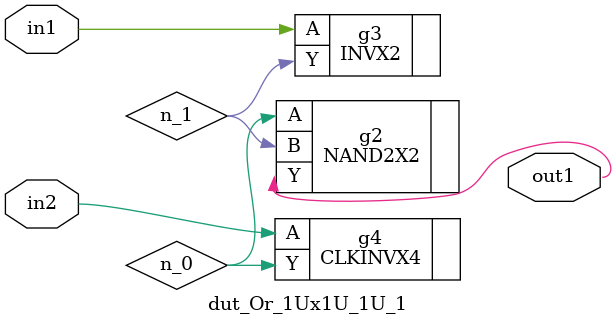
<source format=v>
`timescale 1ps / 1ps


module dut_Or_1Ux1U_1U_1(in2, in1, out1);
  input in2, in1;
  output out1;
  wire in2, in1;
  wire out1;
  wire n_0, n_1;
  NAND2X2 g2(.A (n_0), .B (n_1), .Y (out1));
  INVX2 g3(.A (in1), .Y (n_1));
  CLKINVX4 g4(.A (in2), .Y (n_0));
endmodule



</source>
